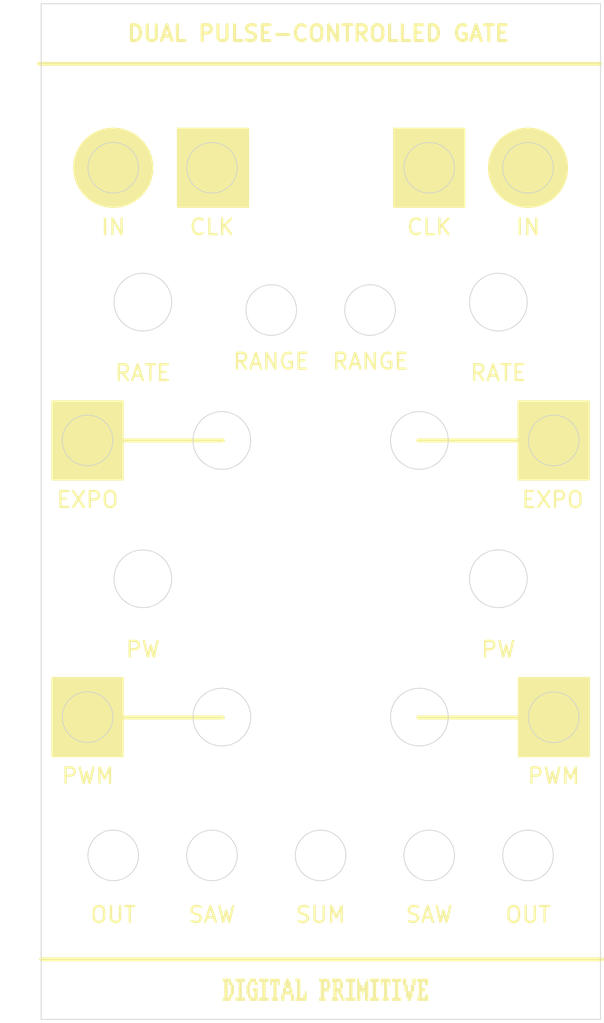
<source format=kicad_pcb>
(kicad_pcb (version 20211014) (generator pcbnew)
  (layers (0 "F.Cu" signal) (31 "B.Cu" signal) (34 "B.Paste" user) (35 "F.Paste" user) (36 "B.SilkS" user "B.Silkscreen") (37 "F.SilkS" user "F.Silkscreen") (38 "B.Mask" user) (39 "F.Mask" user) (44 "Edge.Cuts" user))
  (net 0 "")
  (footprint "MountingHole:MountingHole_3.2mm_M3" (layer "F.Cu") (at 5.08 125.5)
    (fp_text reference "REF**" hide)
    (fp_text value "MountingHole_3.2mm_M3" hide)
    (pad "" np_thru_hole oval locked (at 0 0) (size 7 3.2) (drill oval 7 3.2) (layers F&B.Cu *.Mask))
  )
  (footprint "MountingHole:MountingHole_3.2mm_M3" (layer "F.Cu") (at 65.72 125.5)
    (fp_text reference "REF**" hide)
    (fp_text value "MountingHole_3.2mm_M3" hide)
    (pad "" np_thru_hole oval locked (at 0 0) (size 7 3.2) (drill oval 7 3.2) (layers F&B.Cu *.Mask))
  )
  (footprint "MountingHole:MountingHole_3.2mm_M3" (layer "F.Cu") (at 65.72 3)
    (fp_text reference "REF**" hide)
    (fp_text value "MountingHole_3.2mm_M3" hide)
    (pad "" np_thru_hole oval locked (at 0 0) (size 7 3.2) (drill oval 7 3.2) (layers F&B.Cu *.Mask))
  )
  (footprint "MountingHole:MountingHole_3.2mm_M3" (layer "F.Cu") (at 5.08 3)
    (fp_text reference "REF**" hide)
    (fp_text value "MountingHole_3.2mm_M3" hide)
    (pad "" np_thru_hole oval locked (at 0 0) (size 7 3.2) (drill oval 7 3.2) (layers F&B.Cu *.Mask))
  )
  (gr_rect (start 29.2 125.75) (end 29.4 126.15) (layer "F.SilkS") (width 0.01) (fill solid))
  (gr_rect (start 28.6 123.35) (end 28.8 123.75) (layer "F.SilkS") (width 0.01) (fill solid))
  (gr_rect (start 44.6 125.75) (end 44.8 126.15) (layer "F.SilkS") (width 0.01) (fill solid))
  (gr_rect (start 33.2 125.35) (end 33.4 125.75) (layer "F.SilkS") (width 0.01) (fill solid))
  (gr_rect (start 26.2 124.15) (end 26.4 124.55) (layer "F.SilkS") (width 0.01) (fill solid))
  (gr_rect (start 31 123.35) (end 31.2 123.75) (layer "F.SilkS") (width 0.01) (fill solid))
  (gr_rect (start 45.8 123.35) (end 46 123.75) (layer "F.SilkS") (width 0.01) (fill solid))
  (gr_rect (start 47.8 123.75) (end 48 124.15) (layer "F.SilkS") (width 0.01) (fill solid))
  (gr_rect (start 35.6 125.35) (end 35.8 125.75) (layer "F.SilkS") (width 0.01) (fill solid))
  (gr_rect (start 23.2 123.75) (end 23.4 124.15) (layer "F.SilkS") (width 0.01) (fill solid))
  (gr_rect (start 40 123.35) (end 40.2 123.75) (layer "F.SilkS") (width 0.01) (fill solid))
  (gr_rect (start 47.8 123.35) (end 48 123.75) (layer "F.SilkS") (width 0.01) (fill solid))
  (gr_rect (start 48.8 123.35) (end 49 123.75) (layer "F.SilkS") (width 0.01) (fill solid))
  (gr_rect (start 27.2 124.55) (end 27.4 124.95) (layer "F.SilkS") (width 0.01) (fill solid))
  (gr_rect (start 37.8 123.75) (end 38 124.15) (layer "F.SilkS") (width 0.01) (fill solid))
  (gr_rect (start 36 124.55) (end 36.2 124.95) (layer "F.SilkS") (width 0.01) (fill solid))
  (gr_rect (start 35.4 123.35) (end 35.6 123.75) (layer "F.SilkS") (width 0.01) (fill solid))
  (gr_rect (start 42 124.95) (end 42.2 125.35) (layer "F.SilkS") (width 0.01) (fill solid))
  (gr_rect (start 37.2 125.75) (end 37.4 126.15) (layer "F.SilkS") (width 0.01) (fill solid))
  (gr_rect (start 29.6 125.35) (end 29.8 125.75) (layer "F.SilkS") (width 0.01) (fill solid))
  (gr_rect (start 47.8 124.95) (end 48 125.35) (layer "F.SilkS") (width 0.01) (fill solid))
  (gr_rect (start 31.4 124.55) (end 31.6 124.95) (layer "F.SilkS") (width 0.01) (fill solid))
  (gr_rect (start 48 125.35) (end 48.2 125.75) (layer "F.SilkS") (width 0.01) (fill solid))
  (gr_rect (start 35.6 124.15) (end 35.8 124.55) (layer "F.SilkS") (width 0.01) (fill solid))
  (gr_rect (start 39.2 125.75) (end 39.4 126.15) (layer "F.SilkS") (width 0.01) (fill solid))
  (gr_rect (start 31.4 124.15) (end 31.6 124.55) (layer "F.SilkS") (width 0.01) (fill solid))
  (gr_rect (start 30.8 123.75) (end 31 124.15) (layer "F.SilkS") (width 0.01) (fill solid))
  (gr_rect (start 24.6 125.75) (end 24.8 126.15) (layer "F.SilkS") (width 0.01) (fill solid))
  (gr_rect (start 28.2 124.95) (end 28.4 125.35) (layer "F.SilkS") (width 0.01) (fill solid))
  (gr_rect (start 31.4 123.75) (end 31.6 124.15) (layer "F.SilkS") (width 0.01) (fill solid))
  (gr_rect (start 29.6 124.95) (end 29.8 125.35) (layer "F.SilkS") (width 0.01) (fill solid))
  (gr_rect (start 48.4 124.55) (end 48.6 124.95) (layer "F.SilkS") (width 0.01) (fill solid))
  (gr_rect (start 23.8 125.35) (end 24 125.75) (layer "F.SilkS") (width 0.01) (fill solid))
  (gr_rect (start 42.2 123.75) (end 42.4 124.15) (layer "F.SilkS") (width 0.01) (fill solid))
  (gr_rect (start 39 124.95) (end 39.2 125.35) (layer "F.SilkS") (width 0.01) (fill solid))
  (gr_circle (center 9.125 20.75) (end 14.125 20.75) (layer "F.SilkS") (width 0.15) (fill solid))
  (gr_rect (start 38.8 125.75) (end 39 126.15) (layer "F.SilkS") (width 0.01) (fill solid))
  (gr_rect (start 26.8 125.75) (end 27 126.15) (layer "F.SilkS") (width 0.01) (fill solid))
  (gr_rect (start 48 123.75) (end 48.2 124.15) (layer "F.SilkS") (width 0.01) (fill solid))
  (gr_rect (start 44.8 124.55) (end 45 124.95) (layer "F.SilkS") (width 0.01) (fill solid))
  (gr_rect (start 23 125.75) (end 23.2 126.15) (layer "F.SilkS") (width 0.01) (fill solid))
  (gr_rect (start 41.8 125.75) (end 42 126.15) (layer "F.SilkS") (width 0.01) (fill solid))
  (gr_rect (start 43.8 125.75) (end 44 126.15) (layer "F.SilkS") (width 0.01) (fill solid))
  (gr_rect (start 47.6 125.75) (end 47.8 126.15) (layer "F.SilkS") (width 0.01) (fill solid))
  (gr_rect (start 46.8 125.35) (end 47 125.75) (layer "F.SilkS") (width 0.01) (fill solid))
  (gr_rect (start 39.2 124.95) (end 39.4 125.35) (layer "F.SilkS") (width 0.01) (fill solid))
  (gr_rect (start 40.8 124.55) (end 41 124.95) (layer "F.SilkS") (width 0.01) (fill solid))
  (gr_rect (start 48 123.35) (end 48.2 123.75) (layer "F.SilkS") (width 0.01) (fill solid))
  (gr_rect (start 38 125.75) (end 38.2 126.15) (layer "F.SilkS") (width 0.01) (fill solid))
  (gr_rect (start 35.4 124.55) (end 35.6 124.95) (layer "F.SilkS") (width 0.01) (fill solid))
  (gr_rect (start 45 124.95) (end 45.2 125.35) (layer "F.SilkS") (width 0.01) (fill solid))
  (gr_rect (start 27 123.75) (end 27.2 124.15) (layer "F.SilkS") (width 0.01) (fill solid))
  (gr_rect (start 26.4 125.75) (end 26.6 126.15) (layer "F.SilkS") (width 0.01) (fill solid))
  (gr_rect (start 28.2 124.15) (end 28.4 124.55) (layer "F.SilkS") (width 0.01) (fill solid))
  (gr_rect (start 27.2 125.75) (end 27.4 126.15) (layer "F.SilkS") (width 0.01) (fill solid))
  (gr_rect (start 42 124.15) (end 42.2 124.55) (layer "F.SilkS") (width 0.01) (fill solid))
  (gr_rect (start 31.8 125.35) (end 32 125.75) (layer "F.SilkS") (width 0.01) (fill solid))
  (gr_rect (start 31.2 123.35) (end 31.4 123.75) (layer "F.SilkS") (width 0.01) (fill solid))
  (gr_rect (start 47 123.35) (end 47.2 123.75) (layer "F.SilkS") (width 0.01) (fill solid))
  (gr_rect (start 41 124.55) (end 41.2 124.95) (layer "F.SilkS") (width 0.01) (fill solid))
  (gr_rect (start 26.4 123.35) (end 26.6 123.75) (layer "F.SilkS") (width 0.01) (fill solid))
  (gr_rect (start 41.2 123.75) (end 41.4 124.15) (layer "F.SilkS") (width 0.01) (fill solid))
  (gr_rect (start 25 124.55) (end 25.2 124.95) (layer "F.SilkS") (width 0.01) (fill solid))
  (gr_rect (start 29.4 124.55) (end 29.6 124.95) (layer "F.SilkS") (width 0.01) (fill solid))
  (gr_rect (start 47 123.75) (end 47.2 124.15) (layer "F.SilkS") (width 0.01) (fill solid))
  (gr_rect (start 29.6 123.75) (end 29.8 124.15) (layer "F.SilkS") (width 0.01) (fill solid))
  (gr_rect (start 36.2 123.35) (end 36.4 123.75) (layer "F.SilkS") (width 0.01) (fill solid))
  (gr_rect (start 39.6 125.75) (end 39.8 126.15) (layer "F.SilkS") (width 0.01) (fill solid))
  (gr_rect (start 23.2 125.35) (end 23.4 125.75) (layer "F.SilkS") (width 0.01) (fill solid))
  (gr_rect (start 39.2 123.75) (end 39.4 124.15) (layer "F.SilkS") (width 0.01) (fill solid))
  (gr_rect (start 35.6 124.95) (end 35.8 125.35) (layer "F.SilkS") (width 0.01) (fill solid))
  (gr_rect (start 30.6 125.35) (end 30.8 125.75) (layer "F.SilkS") (width 0.01) (fill solid))
  (gr_rect (start 43.6 123.75) (end 43.8 124.15) (layer "F.SilkS") (width 0.01) (fill solid))
  (gr_rect (start 44.4 123.35) (end 44.6 123.75) (layer "F.SilkS") (width 0.01) (fill solid))
  (gr_rect (start 47.2 123.35) (end 47.4 123.75) (layer "F.SilkS") (width 0.01) (fill solid))
  (gr_rect (start 42 123.75) (end 42.2 124.15) (layer "F.SilkS") (width 0.01) (fill solid))
  (gr_rect (start 37.2 124.95) (end 37.4 125.35) (layer "F.SilkS") (width 0.01) (fill solid))
  (gr_circle (center 61.6299 20.75) (end 66.6299 20.75) (layer "F.SilkS") (width 0.15) (fill solid))
  (gr_rect (start 23.8 125.75) (end 24 126.15) (layer "F.SilkS") (width 0.01) (fill solid))
  (gr_rect (start 32.4 124.55) (end 32.6 124.95) (layer "F.SilkS") (width 0.01) (fill solid))
  (gr_rect (start 24 123.75) (end 24.2 124.15) (layer "F.SilkS") (width 0.01) (fill solid))
  (gr_rect (start 24 124.55) (end 24.2 124.95) (layer "F.SilkS") (width 0.01) (fill solid))
  (gr_rect (start 27.6 123.35) (end 27.8 123.75) (layer "F.SilkS") (width 0.01) (fill solid))
  (gr_rect (start 39.2 124.55) (end 39.4 124.95) (layer "F.SilkS") (width 0.01) (fill solid))
  (gr_rect (start 24 124.95) (end 24.2 125.35) (layer "F.SilkS") (width 0.01) (fill solid))
  (gr_rect (start 39 124.15) (end 39.2 124.55) (layer "F.SilkS") (width 0.01) (fill solid))
  (gr_rect (start 28 125.35) (end 28.2 125.75) (layer "F.SilkS") (width 0.01) (fill solid))
  (gr_rect (start 43.8 123.35) (end 44 123.75) (layer "F.SilkS") (width 0.01) (fill solid))
  (gr_rect (start 38 123.75) (end 38.2 124.15) (layer "F.SilkS") (width 0.01) (fill solid))
  (gr_rect (start 47.8 124.15) (end 48 124.55) (layer "F.SilkS") (width 0.01) (fill solid))
  (gr_rect (start 40 124.95) (end 40.2 125.35) (layer "F.SilkS") (width 0.01) (fill solid))
  (gr_rect (start 23.4 123.75) (end 23.6 124.15) (layer "F.SilkS") (width 0.01) (fill solid))
  (gr_rect (start 48.8 123.75) (end 49 124.15) (layer "F.SilkS") (width 0.01) (fill solid))
  (gr_rect (start 25 123.75) (end 25.2 124.15) (layer "F.SilkS") (width 0.01) (fill solid))
  (gr_rect (start 40.2 125.35) (end 40.4 125.75) (layer "F.SilkS") (width 0.01) (fill solid))
  (gr_rect (start 35.4 124.15) (end 35.6 124.55) (layer "F.SilkS") (width 0.01) (fill solid))
  (gr_line (start 0 120.9) (end 71 120.9) (layer "F.SilkS") (width 0.5))
  (gr_rect (start 47.8 124.55) (end 48 124.95) (layer "F.SilkS") (width 0.01) (fill solid))
  (gr_rect (start 37.2 125.35) (end 37.4 125.75) (layer "F.SilkS") (width 0.01) (fill solid))
  (gr_rect (start 42 123.35) (end 42.2 123.75) (layer "F.SilkS") (width 0.01) (fill solid))
  (gr_rect (start 26 124.95) (end 26.2 125.35) (layer "F.SilkS") (width 0.01) (fill solid))
  (gr_rect (start 35.6 124.55) (end 35.8 124.95) (layer "F.SilkS") (width 0.01) (fill solid))
  (gr_rect (start 60.4 85.25) (end 69.4 95.25) (layer "F.SilkS") (width 0.15) (fill solid))
  (gr_rect (start 28 123.35) (end 28.2 123.75) (layer "F.SilkS") (width 0.01) (fill solid))
  (gr_rect (start 46.6 125.75) (end 46.8 126.15) (layer "F.SilkS") (width 0.01) (fill solid))
  (gr_rect (start 41 124.95) (end 41.2 125.35) (layer "F.SilkS") (width 0.01) (fill solid))
  (gr_rect (start 43.4 124.15) (end 43.6 124.55) (layer "F.SilkS") (width 0.01) (fill solid))
  (gr_rect (start 37.4 124.55) (end 37.6 124.95) (layer "F.SilkS") (width 0.01) (fill solid))
  (gr_rect (start 47.2 123.75) (end 47.4 124.15) (layer "F.SilkS") (width 0.01) (fill solid))
  (gr_rect (start 40.2 123.75) (end 40.4 124.15) (layer "F.SilkS") (width 0.01) (fill solid))
  (gr_rect (start 43.2 125.75) (end 43.4 126.15) (layer "F.SilkS") (width 0.01) (fill solid))
  (gr_rect (start 40 125.75) (end 40.2 126.15) (layer "F.SilkS") (width 0.01) (fill solid))
  (gr_rect (start 32.6 123.35) (end 32.8 123.75) (layer "F.SilkS") (width 0.01) (fill solid))
  (gr_rect (start 45 124.15) (end 45.2 124.55) (layer "F.SilkS") (width 0.01) (fill solid))
  (gr_rect (start 45 123.35) (end 45.2 123.75) (layer "F.SilkS") (width 0.01) (fill solid))
  (gr_rect (start 42.6 123.35) (end 42.8 123.75) (layer "F.SilkS") (width 0.01) (fill solid))
  (gr_rect (start 28 124.95) (end 28.2 125.35) (layer "F.SilkS") (width 0.01) (fill solid))
  (gr_rect (start 35.4 125.75) (end 35.6 126.15) (layer "F.SilkS") (width 0.01) (fill solid))
  (gr_rect (start 30.8 124.55) (end 31 124.95) (layer "F.SilkS") (width 0.01) (fill solid))
  (gr_rect (start 32.8 125.75) (end 33 126.15) (layer "F.SilkS") (width 0.01) (fill solid))
  (gr_rect (start 24.2 124.15) (end 24.4 124.55) (layer "F.SilkS") (width 0.01) (fill solid))
  (gr_rect (start 38 124.15) (end 38.2 124.55) (layer "F.SilkS") (width 0.01) (fill solid))
  (gr_rect (start 40.6 124.95) (end 40.8 125.35) (layer "F.SilkS") (width 0.01) (fill solid))
  (gr_rect (start 44.625 15.75) (end 53.625 25.75) (layer "F.SilkS") (width 0.15) (fill solid))
  (gr_rect (start 32.2 123.35) (end 32.4 123.75) (layer "F.SilkS") (width 0.01) (fill solid))
  (gr_rect (start 30.8 124.15) (end 31 124.55) (layer "F.SilkS") (width 0.01) (fill solid))
  (gr_rect (start 47 124.15) (end 47.2 124.55) (layer "F.SilkS") (width 0.01) (fill solid))
  (gr_rect (start 48 124.95) (end 48.2 125.35) (layer "F.SilkS") (width 0.01) (fill solid))
  (gr_rect (start 31.2 124.95) (end 31.4 125.35) (layer "F.SilkS") (width 0.01) (fill solid))
  (gr_rect (start 27 124.95) (end 27.2 125.35) (layer "F.SilkS") (width 0.01) (fill solid))
  (gr_rect (start 26.2 125.35) (end 26.4 125.75) (layer "F.SilkS") (width 0.01) (fill solid))
  (gr_rect (start 41.2 124.55) (end 41.4 124.95) (layer "F.SilkS") (width 0.01) (fill solid))
  (gr_rect (start 26.6 123.35) (end 26.8 123.75) (layer "F.SilkS") (width 0.01) (fill solid))
  (gr_rect (start 46 123.75) (end 46.2 124.15) (layer "F.SilkS") (width 0.01) (fill solid))
  (gr_rect (start 38.8 123.35) (end 39 123.75) (layer "F.SilkS") (width 0.01) (fill solid))
  (gr_rect (start 28.4 123.35) (end 28.6 123.75) (layer "F.SilkS") (width 0.01) (fill solid))
  (gr_rect (start 43.6 125.75) (end 43.8 126.15) (layer "F.SilkS") (width 0.01) (fill solid))
  (gr_rect (start 48 124.15) (end 48.2 124.55) (layer "F.SilkS") (width 0.01) (fill solid))
  (gr_rect (start 26.2 123.75) (end 26.4 124.15) (layer "F.SilkS") (width 0.01) (fill solid))
  (gr_rect (start 29.8 125.75) (end 30 126.15) (layer "F.SilkS") (width 0.01) (fill solid))
  (gr_rect (start 38 125.35) (end 38.2 125.75) (layer "F.SilkS") (width 0.01) (fill solid))
  (gr_rect (start 1.375 85.25) (end 10.375 95.25) (layer "F.SilkS") (width 0.15) (fill solid))
  (gr_rect (start 45.2 123.35) (end 45.4 123.75) (layer "F.SilkS") (width 0.01) (fill solid))
  (gr_rect (start 23.6 125.75) (end 23.8 126.15) (layer "F.SilkS") (width 0.01) (fill solid))
  (gr_rect (start 35.6 125.75) (end 35.8 126.15) (layer "F.SilkS") (width 0.01) (fill solid))
  (gr_rect (start 40.4 124.55) (end 40.6 124.95) (layer "F.SilkS") (width 0.01) (fill solid))
  (gr_line (start 47.75 55.25) (end 64.75 55.25) (layer "F.SilkS") (width 0.5))
  (gr_rect (start 37.6 124.95) (end 37.8 125.35) (layer "F.SilkS") (width 0.01) (fill solid))
  (gr_rect (start 36.8 125.75) (end 37 126.15) (layer "F.SilkS") (width 0.01) (fill solid))
  (gr_rect (start 27 124.55) (end 27.2 124.95) (layer "F.SilkS") (width 0.01) (fill solid))
  (gr_rect (start 31.6 124.95) (end 31.8 125.35) (layer "F.SilkS") (width 0.01) (fill solid))
  (gr_rect (start 44.8 125.35) (end 45 125.75) (layer "F.SilkS") (width 0.01) (fill solid))
  (gr_rect (start 42.2 125.35) (end 42.4 125.75) (layer "F.SilkS") (width 0.01) (fill solid))
  (gr_rect (start 30.6 125.75) (end 30.8 126.15) (layer "F.SilkS") (width 0.01) (fill solid))
  (gr_rect (start 28.2 125.35) (end 28.4 125.75) (layer "F.SilkS") (width 0.01) (fill solid))
  (gr_rect (start 23.2 124.55) (end 23.4 124.95) (layer "F.SilkS") (width 0.01) (fill solid))
  (gr_rect (start 42.2 124.95) (end 42.4 125.35) (layer "F.SilkS") (width 0.01) (fill solid))
  (gr_rect (start 48.6 123.75) (end 48.8 124.15) (layer "F.SilkS") (width 0.01) (fill solid))
  (gr_rect (start 25 123.35) (end 25.2 123.75) (layer "F.SilkS") (width 0.01) (fill solid))
  (gr_rect (start 25.2 124.15) (end 25.4 124.55) (layer "F.SilkS") (width 0.01) (fill solid))
  (gr_rect (start 48.6 123.35) (end 48.8 123.75) (layer "F.SilkS") (width 0.01) (fill solid))
  (gr_rect (start 27.2 124.95) (end 27.4 125.35) (layer "F.SilkS") (width 0.01) (fill solid))
  (gr_rect (start 43.4 125.35) (end 43.6 125.75) (layer "F.SilkS") (width 0.01) (fill solid))
  (gr_rect (start 42.2 124.55) (end 42.4 124.95) (layer "F.SilkS") (width 0.01) (fill solid))
  (gr_rect (start 23 123.35) (end 23.2 123.75) (layer "F.SilkS") (width 0.01) (fill solid))
  (gr_line (start -0.25 7.6) (end 70.75 7.6) (layer "F.SilkS") (width 0.5))
  (gr_rect (start 37.2 123.75) (end 37.4 124.15) (layer "F.SilkS") (width 0.01) (fill solid))
  (gr_rect (start 44.8 123.35) (end 45 123.75) (layer "F.SilkS") (width 0.01) (fill solid))
  (gr_rect (start 30.6 124.55) (end 30.8 124.95) (layer "F.SilkS") (width 0.01) (fill solid))
  (gr_rect (start 48.4 123.35) (end 48.6 123.75) (layer "F.SilkS") (width 0.01) (fill solid))
  (gr_rect (start 32.4 123.35) (end 32.6 123.75) (layer "F.SilkS") (width 0.01) (fill solid))
  (gr_rect (start 29.4 125.35) (end 29.6 125.75) (layer "F.SilkS") (width 0.01) (fill solid))
  (gr_rect (start 43.4 125.75) (end 43.6 126.15) (layer "F.SilkS") (width 0.01) (fill solid))
  (gr_rect (start 23.6 123.35) (end 23.8 123.75) (layer "F.SilkS") (width 0.01) (fill solid))
  (gr_rect (start 29 123.35) (end 29.2 123.75) (layer "F.SilkS") (width 0.01) (fill solid))
  (gr_rect (start 43 123.75) (end 43.2 124.15) (layer "F.SilkS") (width 0.01) (fill solid))
  (gr_rect (start 32.4 125.35) (end 32.6 125.75) (layer "F.SilkS") (width 0.01) (fill solid))
  (gr_rect (start 29.4 124.95) (end 29.6 125.35) (layer "F.SilkS") (width 0.01) (fill solid))
  (gr_rect (start 33.4 125.35) (end 33.6 125.75) (layer "F.SilkS") (width 0.01) (fill solid))
  (gr_rect (start 23.2 123.35) (end 23.4 123.75) (layer "F.SilkS") (width 0.01) (fill solid))
  (gr_rect (start 25.6 125.75) (end 25.8 126.15) (layer "F.SilkS") (width 0.01) (fill solid))
  (gr_rect (start 36.8 123.35) (end 37 123.75) (layer "F.SilkS") (width 0.01) (fill solid))
  (gr_rect (start 36 123.35) (end 36.2 123.75) (layer "F.SilkS") (width 0.01) (fill solid))
  (gr_rect (start 27 125.35) (end 27.2 125.75) (layer "F.SilkS") (width 0.01) (fill solid))
  (gr_rect (start 26.2 124.95) (end 26.4 125.35) (layer "F.SilkS") (width 0.01) (fill solid))
  (gr_rect (start 41.8 123.35) (end 42 123.75) (layer "F.SilkS") (width 0.01) (fill solid))
  (gr_rect (start 28 124.15) (end 28.2 124.55) (layer "F.SilkS") (width 0.01) (fill solid))
  (gr_rect (start 41 123.75) (end 41.2 124.15) (layer "F.SilkS") (width 0.01) (fill solid))
  (gr_rect (start 41 125.75) (end 41.2 126.15) (layer "F.SilkS") (width 0.01) (fill solid))
  (gr_rect (start 32.6 125.35) (end 32.8 125.75) (layer "F.SilkS") (width 0.01) (fill solid))
  (gr_rect (start 42.2 124.15) (end 42.4 124.55) (layer "F.SilkS") (width 0.01) (fill solid))
  (gr_line (start 6 55.25) (end 23 55.25) (layer "F.SilkS") (width 0.5))
  (gr_rect (start 23.4 123.35) (end 23.6 123.75) (layer "F.SilkS") (width 0.01) (fill solid))
  (gr_rect (start 29.2 123.35) (end 29.4 123.75) (layer "F.SilkS") (width 0.01) (fill solid))
  (gr_rect (start 41.6 123.35) (end 41.8 123.75) (layer "F.SilkS") (width 0.01) (fill solid))
  (gr_rect (start 29.6 125.75) (end 29.8 126.15) (layer "F.SilkS") (width 0.01) (fill solid))
  (gr_rect (start 26.2 124.55) (end 26.4 124.95) (layer "F.SilkS") (width 0.01) (fill solid))
  (gr_rect (start 35.6 123.35) (end 35.8 123.75) (layer "F.SilkS") (width 0.01) (fill solid))
  (gr_rect (start 37 123.35) (end 37.2 123.75) (layer "F.SilkS") (width 0.01) (fill solid))
  (gr_rect (start 39 125.75) (end 39.2 126.15) (layer "F.SilkS") (width 0.01) (fill solid))
  (gr_rect (start 40.2 124.55) (end 40.4 124.95) (layer "F.SilkS") (width 0.01) (fill solid))
  (gr_rect (start 46.4 125.75) (end 46.6 126.15) (layer "F.SilkS") (width 0.01) (fill solid))
  (gr_rect (start 23.2 124.15) (end 23.4 124.55) (layer "F.SilkS") (width 0.01) (fill solid))
  (gr_rect (start 41 124.15) (end 41.2 124.55) (layer "F.SilkS") (width 0.01) (fill solid))
  (gr_rect (start 39 123.75) (end 39.2 124.15) (layer "F.SilkS") (width 0.01) (fill solid))
  (gr_rect (start 24 124.15) (end 24.2 124.55) (layer "F.SilkS") (width 0.01) (fill solid))
  (gr_rect (start 39.2 124.15) (end 39.4 124.55) (layer "F.SilkS") (width 0.01) (fill solid))
  (gr_rect (start 23.4 124.15) (end 23.6 124.55) (layer "F.SilkS") (width 0.01) (fill solid))
  (gr_rect (start 37 123.75) (end 37.2 124.15) (layer "F.SilkS") (width 0.01) (fill solid))
  (gr_rect (start 31.6 125.35) (end 31.8 125.75) (layer "F.SilkS") (width 0.01) (fill solid))
  (gr_rect (start 28 125.75) (end 28.2 126.15) (layer "F.SilkS") (width 0.01) (fill solid))
  (gr_rect (start 25.2 124.55) (end 25.4 124.95) (layer "F.SilkS") (width 0.01) (fill solid))
  (gr_rect (start 35.8 124.55) (end 36 124.95) (layer "F.SilkS") (width 0.01) (fill solid))
  (gr_rect (start 47.6 123.35) (end 47.8 123.75) (layer "F.SilkS") (width 0.01) (fill solid))
  (gr_rect (start 40.2 124.15) (end 40.4 124.55) (layer "F.SilkS") (width 0.01) (fill solid))
  (gr_rect (start 24.8 125.75) (end 25 126.15) (layer "F.SilkS") (width 0.01) (fill solid))
  (gr_rect (start 30.6 124.95) (end 30.8 125.35) (layer "F.SilkS") (width 0.01) (fill solid))
  (gr_rect (start 48.6 125.75) (end 48.8 126.15) (layer "F.SilkS") (width 0.01) (fill solid))
  (gr_rect (start 41 125.35) (end 41.2 125.75) (layer "F.SilkS") (width 0.01) (fill solid))
  (gr_rect (start 32.6 124.15) (end 32.8 124.55) (layer "F.SilkS") (width 0.01) (fill solid))
  (gr_rect (start 37 124.55) (end 37.2 124.95) (layer "F.SilkS") (width 0.01) (fill solid))
  (gr_rect (start 35.4 124.95) (end 35.6 125.35) (layer "F.SilkS") (width 0.01) (fill solid))
  (gr_rect (start 39 125.35) (end 39.2 125.75) (layer "F.SilkS") (width 0.01) (fill solid))
  (gr_rect (start 41.2 123.35) (end 41.4 123.75) (layer "F.SilkS") (width 0.01) (fill solid))
  (gr_rect (start 25 124.15) (end 25.2 124.55) (layer "F.SilkS") (width 0.01) (fill solid))
  (gr_rect (start 43.4 123.75) (end 43.6 124.15) (layer "F.SilkS") (width 0.01) (fill solid))
  (gr_rect (start 27.8 123.35) (end 28 123.75) (layer "F.SilkS") (width 0.01) (fill solid))
  (gr_rect (start 39 124.55) (end 39.2 124.95) (layer "F.SilkS") (width 0.01) (fill solid))
  (gr_rect (start 40 125.35) (end 40.2 125.75) (layer "F.SilkS") (width 0.01) (fill solid))
  (gr_rect (start 45 125.35) (end 45.2 125.75) (layer "F.SilkS") (width 0.01) (fill solid))
  (gr_rect (start 28.2 123.75) (end 28.4 124.15) (layer "F.SilkS") (width 0.01) (fill solid))
  (gr_rect (start 29.4 124.15) (end 29.6 124.55) (layer "F.SilkS") (width 0.01) (fill solid))
  (gr_rect (start 45 123.75) (end 45.2 124.15) (layer "F.SilkS") (width 0.01) (fill solid))
  (gr_rect (start 48.2 125.75) (end 48.4 126.15) (layer "F.SilkS") (width 0.01) (fill solid))
  (gr_rect (start 38.2 125.75) (end 38.4 126.15) (layer "F.SilkS") (width 0.01) (fill solid))
  (gr_rect (start 48.8 125.35) (end 49 125.75) (layer "F.SilkS") (width 0.01) (fill solid))
  (gr_rect (start 48 125.75) (end 48.2 126.15) (layer "F.SilkS") (width 0.01) (fill solid))
  (gr_rect (start 29.4 123.75) (end 29.6 124.15) (layer "F.SilkS") (width 0.01) (fill solid))
  (gr_rect (start 25.2 123.75) (end 25.4 124.15) (layer "F.SilkS") (width 0.01) (fill solid))
  (gr_rect (start 37.8 125.35) (end 38 125.75) (layer "F.SilkS") (width 0.01) (fill solid))
  (gr_rect (start 31 124.95) (end 31.2 125.35) (layer "F.SilkS") (width 0.01) (fill solid))
  (gr_rect (start 25.2 123.35) (end 25.4 123.75) (layer "F.SilkS") (width 0.01) (fill solid))
  (gr_rect (start 37.2 124.15) (end 37.4 124.55) (layer "F.SilkS") (width 0.01) (fill solid))
  (gr_rect (start 28.2 124.55) (end 28.4 124.95) (layer "F.SilkS") (width 0.01) (fill solid))
  (gr_rect (start 28.4 125.75) (end 28.6 126.15) (layer "F.SilkS") (width 0.01) (fill solid))
  (gr_rect (start 33.4 125.75) (end 33.6 126.15) (layer "F.SilkS") (width 0.01) (fill solid))
  (gr_rect (start 41.2 125.75) (end 41.4 126.15) (layer "F.SilkS") (width 0.01) (fill solid))
  (gr_rect (start 42.6 125.75) (end 42.8 126.15) (layer "F.SilkS") (width 0.01) (fill solid))
  (gr_rect (start 25.2 125.35) (end 25.4 125.75) (layer "F.SilkS") (width 0.01) (fill solid))
  (gr_rect (start 25.2 124.95) (end 25.4 125.35) (layer "F.SilkS") (width 0.01) (fill solid))
  (gr_rect (start 39.6 123.35) (end 39.8 123.75) (layer "F.SilkS") (width 0.01) (fill solid))
  (gr_rect (start 43.4 123.35) (end 43.6 123.75) (layer "F.SilkS") (width 0.01) (fill solid))
  (gr_rect (start 39.2 125.35) (end 39.4 125.75) (layer "F.SilkS") (width 0.01) (fill solid))
  (gr_rect (start 46.8 124.55) (end 47 124.95) (layer "F.SilkS") (width 0.01) (fill solid))
  (gr_rect (start 26.8 124.55) (end 27 124.95) (layer "F.SilkS") (width 0.01) (fill solid))
  (gr_rect (start 44.8 125.75) (end 45 126.15) (layer "F.SilkS") (width 0.01) (fill solid))
  (gr_rect (start 30.4 125.35) (end 30.6 125.75) (layer "F.SilkS") (width 0.01) (fill solid))
  (gr_rect (start 41.2 125.35) (end 41.4 125.75) (layer "F.SilkS") (width 0.01) (fill solid))
  (gr_rect (start 38.6 123.35) (end 38.8 123.75) (layer "F.SilkS") (width 0.01) (fill solid))
  (gr_rect (start 45.4 125.75) (end 45.6 126.15) (layer "F.SilkS") (width 0.01) (fill solid))
  (gr_rect (start 25.2 125.75) (end 25.4 126.15) (layer "F.SilkS") (width 0.01) (fill solid))
  (gr_rect (start 25 125.75) (end 25.2 126.15) (layer "F.SilkS") (width 0.01) (fill solid))
  (gr_rect (start 31.4 124.95) (end 31.6 125.35) (layer "F.SilkS") (width 0.01) (fill solid))
  (gr_rect (start 43.6 124.55) (end 43.8 124.95) (layer "F.SilkS") (width 0.01) (fill solid))
  (gr_rect (start 37.2 124.55) (end 37.4 124.95) (layer "F.SilkS") (width 0.01) (fill solid))
  (gr_rect (start 33 125.75) (end 33.2 126.15) (layer "F.SilkS") (width 0.01) (fill solid))
  (gr_rect (start 42 125.75) (end 42.2 126.15) (layer "F.SilkS") (width 0.01) (fill solid))
  (gr_rect (start 37.8 124.95) (end 38 125.35) (layer "F.SilkS") (width 0.01) (fill solid))
  (gr_rect (start 39 123.35) (end 39.2 123.75) (layer "F.SilkS") (width 0.01) (fill solid))
  (gr_rect (start 35.2 123.35) (end 35.4 123.75) (layer "F.SilkS") (width 0.01) (fill solid))
  (gr_rect (start 23.2 125.75) (end 23.4 126.15) (layer "F.SilkS") (width 0.01) (fill solid))
  (gr_rect (start 32.6 124.95) (end 32.8 125.35) (layer "F.SilkS") (width 0.01) (fill solid))
  (gr_rect (start 36.2 124.15) (end 36.4 124.55) (layer "F.SilkS") (width 0.01) (fill solid))
  (gr_rect (start 47.8 125.35) (end 48 125.75) (layer "F.SilkS") (width 0.01) (fill solid))
  (gr_rect (start 29.6 124.55) (end 29.8 124.95) (layer "F.SilkS") (width 0.01) (fill solid))
  (gr_rect (start 25 124.95) (end 25.2 125.35) (layer "F.SilkS") (width 0.01) (fill solid))
  (gr_rect (start 30.8 124.95) (end 31 125.35) (layer "F.SilkS") (width 0.01) (fill solid))
  (gr_line (start 47.75 90.3) (end 64.85 90.3) (layer "F.SilkS") (width 0.5))
  (gr_rect (start 32.4 124.95) (end 32.6 125.35) (layer "F.SilkS") (width 0.01) (fill solid))
  (gr_rect (start 29 123.75) (end 29.2 124.15) (layer "F.SilkS") (width 0.01) (fill solid))
  (gr_rect (start 35.8 123.35) (end 36 123.75) (layer "F.SilkS") (width 0.01) (fill solid))
  (gr_rect (start 26 124.15) (end 26.2 124.55) (layer "F.SilkS") (width 0.01) (fill solid))
  (gr_rect (start 42.2 125.75) (end 42.4 126.15) (layer "F.SilkS") (width 0.01) (fill solid))
  (gr_rect (start 37.2 123.35) (end 37.4 123.75) (layer "F.SilkS") (width 0.01) (fill solid))
  (gr_rect (start 47 124.55) (end 47.2 124.95) (layer "F.SilkS") (width 0.01) (fill solid))
  (gr_rect (start 43.6 124.95) (end 43.8 125.35) (layer "F.SilkS") (width 0.01) (fill solid))
  (gr_rect (start 26.6 125.75) (end 26.8 126.15) (layer "F.SilkS") (width 0.01) (fill solid))
  (gr_rect (start 32.4 124.15) (end 32.6 124.55) (layer "F.SilkS") (width 0.01) (fill solid))
  (gr_rect (start 42 124.55) (end 42.2 124.95) (layer "F.SilkS") (width 0.01) (fill solid))
  (gr_rect (start 29.8 123.35) (end 30 123.75) (layer "F.SilkS") (width 0.01) (fill solid))
  (gr_rect (start 42.4 123.35) (end 42.6 123.75) (layer "F.SilkS") (width 0.01) (fill solid))
  (gr_rect (start 36.2 123.75) (end 36.4 124.15) (layer "F.SilkS") (width 0.01) (fill solid))
  (gr_rect (start 37.4 123.35) (end 37.6 123.75) (layer "F.SilkS") (width 0.01) (fill solid))
  (gr_rect (start 26.8 123.35) (end 27 123.75) (layer "F.SilkS") (width 0.01) (fill solid))
  (gr_rect (start 23.4 125.75) (end 23.6 126.15) (layer "F.SilkS") (width 0.01) (fill solid))
  (gr_rect (start 43.6 124.15) (end 43.8 124.55) (layer "F.SilkS") (width 0.01) (fill solid))
  (gr_rect (start 44.4 125.75) (end 44.6 126.15) (layer "F.SilkS") (width 0.01) (fill solid))
  (gr_rect (start 31.8 125.75) (end 32 126.15) (layer "F.SilkS") (width 0.01) (fill solid))
  (gr_rect (start 42.4 125.75) (end 42.6 126.15) (layer "F.SilkS") (width 0.01) (fill solid))
  (gr_rect (start 28 124.55) (end 28.2 124.95) (layer "F.SilkS") (width 0.01) (fill solid))
  (gr_rect (start 33.4 124.95) (end 33.6 125.35) (layer "F.SilkS") (width 0.01) (fill solid))
  (gr_rect (start 43.6 125.35) (end 43.8 125.75) (layer "F.SilkS") (width 0.01) (fill solid))
  (gr_rect (start 23.8 123.35) (end 24 123.75) (layer "F.SilkS") (width 0.01) (fill solid))
  (gr_rect (start 31.6 124.55) (end 31.8 124.95) (layer "F.SilkS") (width 0.01) (fill solid))
  (gr_rect (start 43.2 123.35) (end 43.4 123.75) (layer "F.SilkS") (width 0.01) (fill solid))
  (gr_rect (start 26.4 125.35) (end 26.6 125.75) (layer "F.SilkS") (width 0.01) (fill solid))
  (gr_rect (start 33.2 125.75) (end 33.4 126.15) (layer "F.SilkS") (width 0.01) (fill solid))
  (gr_rect (start 40 124.55) (end 40.2 124.95) (layer "F.SilkS") (width 0.01) (fill solid))
  (gr_rect (start 48.6 125.35) (end 48.8 125.75) (layer "F.SilkS") (width 0.01) (fill solid))
  (gr_rect (start 35.8 125.75) (end 36 126.15) (layer "F.SilkS") (width 0.01) (fill solid))
  (gr_rect (start 41.2 124.95) (end 41.4 125.35) (layer "F.SilkS") (width 0.01) (fill solid))
  (gr_rect (start 45.8 123.75) (end 46 124.15) (layer "F.SilkS") (width 0.01) (fill solid))
  (gr_line (start 5.9 90.3) (end 23 90.3) (layer "F.SilkS") (width 0.5))
  (gr_rect (start 17.25 15.75) (end 26.25 25.75) (layer "F.SilkS") (width 0.15) (fill solid))
  (gr_rect (start 45.4 123.35) (end 45.6 123.75) (layer "F.SilkS") (width 0.01) (fill solid))
  (gr_rect (start 27.8 125.75) (end 28 126.15) (layer "F.SilkS") (width 0.01) (fill solid))
  (gr_rect (start 46.2 124.15) (end 46.4 124.55) (layer "F.SilkS") (width 0.01) (fill solid))
  (gr_rect (start 35.4 125.35) (end 35.6 125.75) (layer "F.SilkS") (width 0.01) (fill solid))
  (gr_rect (start 43 123.35) (end 43.2 123.75) (layer "F.SilkS") (width 0.01) (fill solid))
  (gr_rect (start 29.4 123.35) (end 29.6 123.75) (layer "F.SilkS") (width 0.01) (fill solid))
  (gr_rect (start 40.4 124.15) (end 40.6 124.55) (layer "F.SilkS") (width 0.01) (fill solid))
  (gr_rect (start 40.8 124.15) (end 41 124.55) (layer "F.SilkS") (width 0.01) (fill solid))
  (gr_rect (start 36.4 124.15) (end 36.6 124.55) (layer "F.SilkS") (width 0.01) (fill solid))
  (gr_rect (start 35.4 123.75) (end 35.6 124.15) (layer "F.SilkS") (width 0.01) (fill solid))
  (gr_rect (start 27 123.35) (end 27.2 123.75) (layer "F.SilkS") (width 0.01) (fill solid))
  (gr_rect (start 24.2 124.95) (end 24.4 125.35) (layer "F.SilkS") (width 0.01) (fill solid))
  (gr_rect (start 27 125.75) (end 27.2 126.15) (layer "F.SilkS") (width 0.01) (fill solid))
  (gr_rect (start 41.2 124.15) (end 41.4 124.55) (layer "F.SilkS") (width 0.01) (fill solid))
  (gr_rect (start 29.4 125.75) (end 29.6 126.15) (layer "F.SilkS") (width 0.01) (fill solid))
  (gr_rect (start 37 124.15) (end 37.2 124.55) (layer "F.SilkS") (width 0.01) (fill solid))
  (gr_rect (start 31.6 125.75) (end 31.8 126.15) (layer "F.SilkS") (width 0.01) (fill solid))
  (gr_rect (start 29.6 124.15) (end 29.8 124.55) (layer "F.SilkS") (width 0.01) (fill solid))
  (gr_rect (start 32.6 125.75) (end 32.8 126.15) (layer "F.SilkS") (width 0.01) (fill solid))
  (gr_rect (start 46.6 124.95) (end 46.8 125.35) (layer "F.SilkS") (width 0.01) (fill solid))
  (gr_rect (start 44 123.35) (end 44.2 123.75) (layer "F.SilkS") (width 0.01) (fill solid))
  (gr_rect (start 41.6 125.75) (end 41.8 126.15) (layer "F.SilkS") (width 0.01) (fill solid))
  (gr_rect (start 37.6 123.35) (end 37.8 123.75) (layer "F.SilkS") (width 0.01) (fill solid))
  (gr_rect (start 48.2 124.55) (end 48.4 124.95) (layer "F.SilkS") (width 0.01) (fill solid))
  (gr_rect (start 35.6 123.75) (end 35.8 124.15) (layer "F.SilkS") (width 0.01) (fill solid))
  (gr_rect (start 28 123.75) (end 28.2 124.15) (layer "F.SilkS") (width 0.01) (fill solid))
  (gr_rect (start 23.4 124.55) (end 23.6 124.95) (layer "F.SilkS") (width 0.01) (fill solid))
  (gr_rect (start 37.8 124.15) (end 38 124.55) (layer "F.SilkS") (width 0.01) (fill solid))
  (gr_rect (start 1.375 50.25) (end 10.375 60.25) (layer "F.SilkS") (width 0.15) (fill solid))
  (gr_rect (start 45 125.75) (end 45.2 126.15) (layer "F.SilkS") (width 0.01) (fill solid))
  (gr_rect (start 32.4 125.75) (end 32.6 126.15) (layer "F.SilkS") (width 0.01) (fill solid))
  (gr_rect (start 37.8 123.35) (end 38 123.75) (layer "F.SilkS") (width 0.01) (fill solid))
  (gr_rect (start 37 124.95) (end 37.2 125.35) (layer "F.SilkS") (width 0.01) (fill solid))
  (gr_rect (start 45.2 125.75) (end 45.4 126.15) (layer "F.SilkS") (width 0.01) (fill solid))
  (gr_rect (start 27.6 125.75) (end 27.8 126.15) (layer "F.SilkS") (width 0.01) (fill solid))
  (gr_rect (start 25.4 125.75) (end 25.6 126.15) (layer "F.SilkS") (width 0.01) (fill solid))
  (gr_rect (start 23.8 123.75) (end 24 124.15) (layer "F.SilkS") (width 0.01) (fill solid))
  (gr_rect (start 28.2 125.75) (end 28.4 126.15) (layer "F.SilkS") (width 0.01) (fill solid))
  (gr_rect (start 48.8 125.75) (end 49 126.15) (layer "F.SilkS") (width 0.01) (fill solid))
  (gr_rect (start 31.2 123.75) (end 31.4 124.15) (layer "F.SilkS") (width 0.01) (fill solid))
  (gr_rect (start 24.8 123.35) (end 25 123.75) (layer "F.SilkS") (width 0.01) (fill solid))
  (gr_rect (start 45 124.55) (end 45.2 124.95) (layer "F.SilkS") (width 0.01) (fill solid))
  (gr_rect (start 27.2 123.75) (end 27.4 124.15) (layer "F.SilkS") (width 0.01) (fill solid))
  (gr_rect (start 44.8 124.95) (end 45 125.35) (layer "F.SilkS") (width 0.01) (fill solid))
  (gr_rect (start 46 124.15) (end 46.2 124.55) (layer "F.SilkS") (width 0.01) (fill solid))
  (gr_rect (start 40 123.75) (end 40.2 124.15) (layer "F.SilkS") (width 0.01) (fill solid))
  (gr_rect (start 24.6 123.35) (end 24.8 123.75) (layer "F.SilkS") (width 0.01) (fill solid))
  (gr_rect (start 48.4 125.75) (end 48.6 126.15) (layer "F.SilkS") (width 0.01) (fill solid))
  (gr_rect (start 37 125.35) (end 37.2 125.75) (layer "F.SilkS") (width 0.01) (fill solid))
  (gr_rect (start 47.8 125.75) (end 48 126.15) (layer "F.SilkS") (width 0.01) (fill solid))
  (gr_rect (start 46.4 125.35) (end 46.6 125.75) (layer "F.SilkS") (width 0.01) (fill solid))
  (gr_rect (start 37.8 124.55) (end 38 124.95) (layer "F.SilkS") (width 0.01) (fill solid))
  (gr_rect (start 25.4 123.35) (end 25.6 123.75) (layer "F.SilkS") (width 0.01) (fill solid))
  (gr_rect (start 44.8 123.75) (end 45 124.15) (layer "F.SilkS") (width 0.01) (fill solid))
  (gr_rect (start 32.2 125.75) (end 32.4 126.15) (layer "F.SilkS") (width 0.01) (fill solid))
  (gr_rect (start 44.8 124.15) (end 45 124.55) (layer "F.SilkS") (width 0.01) (fill solid))
  (gr_rect (start 36.4 123.75) (end 36.6 124.15) (layer "F.SilkS") (width 0.01) (fill solid))
  (gr_rect (start 25 125.35) (end 25.2 125.75) (layer "F.SilkS") (width 0.01) (fill solid))
  (gr_rect (start 46.2 124.95) (end 46.4 125.35) (layer "F.SilkS") (width 0.01) (fill solid))
  (gr_rect (start 40.6 124.55) (end 40.8 124.95) (layer "F.SilkS") (width 0.01) (fill solid))
  (gr_rect (start 23.4 124.95) (end 23.6 125.35) (layer "F.SilkS") (width 0.01) (fill solid))
  (gr_rect (start 38.6 125.75) (end 38.8 126.15) (layer "F.SilkS") (width 0.01) (fill solid))
  (gr_rect (start 39.4 125.75) (end 39.6 126.15) (layer "F.SilkS") (width 0.01) (fill solid))
  (gr_rect (start 42 125.35) (end 42.2 125.75) (layer "F.SilkS") (width 0.01) (fill solid))
  (gr_rect (start 31 123.75) (end 31.2 124.15) (layer "F.SilkS") (width 0.01) (fill solid))
  (gr_rect (start 28.6 125.75) (end 28.8 126.15) (layer "F.SilkS") (width 0.01) (fill solid))
  (gr_rect (start 28.2 123.35) (end 28.4 123.75) (layer "F.SilkS") (width 0.01) (fill solid))
  (gr_rect (start 29.6 123.35) (end 29.8 123.75) (layer "F.SilkS") (width 0.01) (fill solid))
  (gr_rect (start 30 123.35) (end 30.2 123.75) (layer "F.SilkS") (width 0.01) (fill solid))
  (gr_rect (start 35.2 125.75) (end 35.4 126.15) (layer "F.SilkS") (width 0.01) (fill solid))
  (gr_rect (start 43.4 124.95) (end 43.6 125.35) (layer "F.SilkS") (width 0.01) (fill solid))
  (gr_rect (start 46.4 124.95) (end 46.6 125.35) (layer "F.SilkS") (width 0.01) (fill solid))
  (gr_rect (start 46.6 125.35) (end 46.8 125.75) (layer "F.SilkS") (width 0.01) (fill solid))
  (gr_rect (start 43.4 124.55) (end 43.6 124.95) (layer "F.SilkS") (width 0.01) (fill solid))
  (gr_rect (start 48 124.55) (end 48.2 124.95) (layer "F.SilkS") (width 0.01) (fill solid))
  (gr_rect (start 46.2 125.35) (end 46.4 125.75) (layer "F.SilkS") (width 0.01) (fill solid))
  (gr_rect (start 24.2 124.55) (end 24.4 124.95) (layer "F.SilkS") (width 0.01) (fill solid))
  (gr_rect (start 40.2 124.95) (end 40.4 125.35) (layer "F.SilkS") (width 0.01) (fill solid))
  (gr_rect (start 42.2 123.35) (end 42.4 123.75) (layer "F.SilkS") (width 0.01) (fill solid))
  (gr_rect (start 37.4 125.75) (end 37.6 126.15) (layer "F.SilkS") (width 0.01) (fill solid))
  (gr_rect (start 60.375 50.25) (end 69.375 60.25) (layer "F.SilkS") (width 0.15) (fill solid))
  (gr_rect (start 31.2 124.15) (end 31.4 124.55) (layer "F.SilkS") (width 0.01) (fill solid))
  (gr_rect (start 32.4 123.75) (end 32.6 124.15) (layer "F.SilkS") (width 0.01) (fill solid))
  (gr_rect (start 32.6 123.75) (end 32.8 124.15) (layer "F.SilkS") (width 0.01) (fill solid))
  (gr_rect (start 43.6 123.35) (end 43.8 123.75) (layer "F.SilkS") (width 0.01) (fill solid))
  (gr_rect (start 40.2 125.75) (end 40.4 126.15) (layer "F.SilkS") (width 0.01) (fill solid))
  (gr_rect (start 24 125.35) (end 24.2 125.75) (layer "F.SilkS") (width 0.01) (fill solid))
  (gr_rect (start 44.6 123.35) (end 44.8 123.75) (layer "F.SilkS") (width 0.01) (fill solid))
  (gr_rect (start 27.2 125.35) (end 27.4 125.75) (layer "F.SilkS") (width 0.01) (fill solid))
  (gr_rect (start 40 124.15) (end 40.2 124.55) (layer "F.SilkS") (width 0.01) (fill solid))
  (gr_rect (start 44 123.75) (end 44.2 124.15) (layer "F.SilkS") (width 0.01) (fill solid))
  (gr_rect (start 37 125.75) (end 37.2 126.15) (layer "F.SilkS") (width 0.01) (fill solid))
  (gr_rect (start 30 123.75) (end 30.2 124.15) (layer "F.SilkS") (width 0.01) (fill solid))
  (gr_rect (start 39.2 123.35) (end 39.4 123.75) (layer "F.SilkS") (width 0.01) (fill solid))
  (gr_rect (start 46.8 124.15) (end 47 124.55) (layer "F.SilkS") (width 0.01) (fill solid))
  (gr_rect (start 31 124.15) (end 31.2 124.55) (layer "F.SilkS") (width 0.01) (fill solid))
  (gr_rect (start 23.4 125.35) (end 23.6 125.75) (layer "F.SilkS") (width 0.01) (fill solid))
  (gr_rect (start 39.4 123.35) (end 39.6 123.75) (layer "F.SilkS") (width 0.01) (fill solid))
  (gr_rect (start 26 124.55) (end 26.2 124.95) (layer "F.SilkS") (width 0.01) (fill solid))
  (gr_rect (start 46.2 124.55) (end 46.4 124.95) (layer "F.SilkS") (width 0.01) (fill solid))
  (gr_rect (start 46 124.55) (end 46.2 124.95) (layer "F.SilkS") (width 0.01) (fill solid))
  (gr_rect (start 30.4 125.75) (end 30.6 126.15) (layer "F.SilkS") (width 0.01) (fill solid))
  (gr_rect (start 46.8 124.95) (end 47 125.35) (layer "F.SilkS") (width 0.01) (fill solid))
  (gr_rect (start 23.2 124.95) (end 23.4 125.35) (layer "F.SilkS") (width 0.01) (fill solid))
  (gr_rect (start 37.6 124.55) (end 37.8 124.95) (layer "F.SilkS") (width 0.01) (fill solid))
  (gr_rect (start 48.2 123.35) (end 48.4 123.75) (layer "F.SilkS") (width 0.01) (fill solid))
  (gr_rect (start 46 123.35) (end 46.2 123.75) (layer "F.SilkS") (width 0.01) (fill solid))
  (gr_rect (start 32.6 124.55) (end 32.8 124.95) (layer "F.SilkS") (width 0.01) (fill solid))
  (gr_rect (start 36.2 124.55) (end 36.4 124.95) (layer "F.SilkS") (width 0.01) (fill solid))
  (gr_rect (start 26.4 123.75) (end 26.6 124.15) (layer "F.SilkS") (width 0.01) (fill solid))
  (gr_rect (start 25.6 123.35) (end 25.8 123.75) (layer "F.SilkS") (width 0.01) (fill solid))
  (gr_circle (center 22.875 55.25) (end 26.525 55.25) (layer "Edge.Cuts") (width 0.1) (fill none))
  (gr_line (start 70.8 0) (end 70.8 128.5) (layer "Edge.Cuts") (width 0.1))
  (gr_line (start 0 128.5) (end 0 0) (layer "Edge.Cuts") (width 0.1))
  (gr_circle (center 41.6299 38.75) (end 44.8299 38.75) (layer "Edge.Cuts") (width 0.1) (fill none))
  (gr_circle (center 9.125 107.75) (end 12.325 107.75) (layer "Edge.Cuts") (width 0.1) (fill none))
  (gr_circle (center 21.625 107.75) (end 24.825 107.75) (layer "Edge.Cuts") (width 0.1) (fill none))
  (gr_circle (center 29.125 38.75) (end 32.325 38.75) (layer "Edge.Cuts") (width 0.1) (fill none))
  (gr_circle (center 9.125 20.75) (end 12.325 20.75) (layer "Edge.Cuts") (width 0.1) (fill none))
  (gr_circle (center 12.875 37.75) (end 16.525 37.75) (layer "Edge.Cuts") (width 0.1) (fill none))
  (gr_circle (center 61.625 107.75) (end 64.825 107.75) (layer "Edge.Cuts") (width 0.1) (fill none))
  (gr_circle (center 49.125 20.75) (end 52.325 20.75) (layer "Edge.Cuts") (width 0.1) (fill none))
  (gr_circle (center 64.875 90.275) (end 68.075 90.275) (layer "Edge.Cuts") (width 0.1) (fill none))
  (gr_circle (center 47.875 90.25) (end 51.525 90.25) (layer "Edge.Cuts") (width 0.1) (fill none))
  (gr_circle (center 64.875 55.25) (end 68.075 55.25) (layer "Edge.Cuts") (width 0.1) (fill none))
  (gr_circle (center 61.6299 20.75) (end 64.8299 20.75) (layer "Edge.Cuts") (width 0.1) (fill none))
  (gr_circle (center 47.875 55.25) (end 51.525 55.25) (layer "Edge.Cuts") (width 0.1) (fill none))
  (gr_line (start 0 0) (end 70.8 0) (layer "Edge.Cuts") (width 0.1))
  (gr_circle (center 5.875 55.25) (end 9.075 55.25) (layer "Edge.Cuts") (width 0.1) (fill none))
  (gr_circle (center 21.625 20.75) (end 24.825 20.75) (layer "Edge.Cuts") (width 0.1) (fill none))
  (gr_circle (center 57.875 37.75) (end 61.525 37.75) (layer "Edge.Cuts") (width 0.1) (fill none))
  (gr_circle (center 5.875 90.25) (end 9.075 90.25) (layer "Edge.Cuts") (width 0.1) (fill none))
  (gr_circle (center 22.875 90.25) (end 26.525 90.25) (layer "Edge.Cuts") (width 0.1) (fill none))
  (gr_line (start 70.8 128.5) (end 0 128.5) (layer "Edge.Cuts") (width 0.1))
  (gr_circle (center 49.1204 107.75) (end 52.3204 107.75) (layer "Edge.Cuts") (width 0.1) (fill none))
  (gr_circle (center 12.875 72.75) (end 16.525 72.75) (layer "Edge.Cuts") (width 0.1) (fill none))
  (gr_circle (center 57.875 72.75) (end 61.525 72.75) (layer "Edge.Cuts") (width 0.1) (fill none))
  (gr_circle (center 35.375 107.75) (end 38.575 107.75) (layer "Edge.Cuts") (width 0.1) (fill none))
  (gr_text "SAW" (at 49.1204 115.25) (layer "F.SilkS") (effects (font (size 2 2) (thickness 0.3))))
  (gr_text "RATE" (at 57.875 46.7) (layer "F.SilkS") (effects (font (size 2 2) (thickness 0.3))))
  (gr_text "EXPO" (at 5.875 62.75) (layer "F.SilkS") (effects (font (size 2 2) (thickness 0.3))))
  (gr_text "SUM" (at 35.375 115.25) (layer "F.SilkS") (effects (font (size 2 2) (thickness 0.3))))
  (gr_text "PW" (at 12.875 81.7) (layer "F.SilkS") (effects (font (size 2 2) (thickness 0.3))))
  (gr_text "PWM" (at 5.9 97.7) (layer "F.SilkS") (effects (font (size 2 2) (thickness 0.3))))
  (gr_text "CLK" (at 49.125 28.25) (layer "F.SilkS") (effects (font (size 2 2) (thickness 0.3))))
  (gr_text "CLK" (at 21.625 28.25) (layer "F.SilkS") (effects (font (size 2 2) (thickness 0.3))))
  (gr_text "OUT" (at 9.125 115.25) (layer "F.SilkS") (effects (font (size 2 2) (thickness 0.3))))
  (gr_text "PWM" (at 64.875 97.7) (layer "F.SilkS") (effects (font (size 2 2) (thickness 0.3))))
  (gr_text "IN" (at 61.6299 28.25) (layer "F.SilkS") (effects (font (size 2 2) (thickness 0.3))))
  (gr_text "IN" (at 9.125 28.25) (layer "F.SilkS") (effects (font (size 2 2) (thickness 0.3))))
  (gr_text "RANGE" (at 29.125 45.25) (layer "F.SilkS") (effects (font (size 2 2) (thickness 0.3))))
  (gr_text "RANGE" (at 41.7 45.25) (layer "F.SilkS") (effects (font (size 2 2) (thickness 0.3))))
  (gr_text "DUAL PULSE-CONTROLLED GATE" (at 35.1 3.75) (layer "F.SilkS") (effects (font (size 2 2) (thickness 0.4))))
  (gr_text "OUT" (at 61.625 115.25) (layer "F.SilkS") (effects (font (size 2 2) (thickness 0.3))))
  (gr_text "SAW" (at 21.625 115.25) (layer "F.SilkS") (effects (font (size 2 2) (thickness 0.3))))
  (gr_text "RATE" (at 12.875 46.7) (layer "F.SilkS") (effects (font (size 2 2) (thickness 0.3))))
  (gr_text "EXPO" (at 64.75 62.75) (layer "F.SilkS") (effects (font (size 2 2) (thickness 0.3))))
  (gr_text "PW" (at 57.875 81.7) (layer "F.SilkS") (effects (font (size 2 2) (thickness 0.3))))
)
</source>
